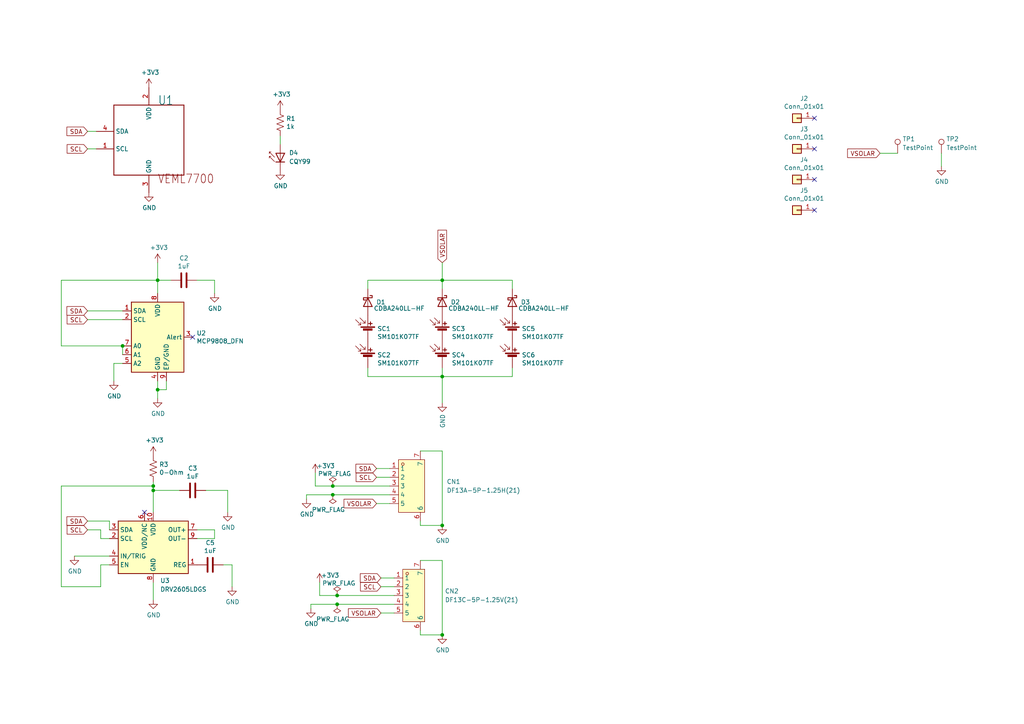
<source format=kicad_sch>
(kicad_sch (version 20250114) (generator "eeschema") (generator_version "9.0")
  (paper "A4")
  (title_block (title "XY Solar Panel Board") (date "2023-03-19") (rev "V3") (company "CPP BroncoSpace"))
  (lib_symbols
    (symbol "Adafruit VEML7700-eagle-import:VEML7700"
      (property "Reference" "IC" (at 2.54 10.16 0))
      (symbol "VEML7700_1_0"
        (polyline (pts (xy -10.16 10.16) (xy 10.16 10.16)) (stroke (width 0.254)))
        (polyline (pts (xy -10.16 -10.16) (xy -10.16 10.16)) (stroke (width 0.254)))
        (polyline (pts (xy 10.16 10.16) (xy 10.16 -10.16)) (stroke (width 0.254)))
        (polyline (pts (xy 10.16 -10.16) (xy -10.16 -10.16)) (stroke (width 0.254)))
        (text "VEML7700" (at 2.54 -12.7 0) (effects (font (size 2.54 2.159)) (justify left bottom)))
        (pin bidirectional line (at -15.24 2.54 0) (length 5.08) (name "SDA") (number "4"))
        (pin bidirectional line (at -15.24 -2.54 0) (length 5.08) (name "SCL") (number "1"))
        (pin power_in line (at 0 15.24 270) (length 5.08) (name "VDD") (number "2"))
        (pin power_in line (at 0 -15.24 90) (length 5.08) (name "GND") (number "3"))
      )
    )
    (symbol "Connector:TestPoint" (pin_numbers (hide yes)) (pin_names (offset 0.762) (hide yes))
      (property "Reference" "TP" (at 0 6.858 0))
      (property "Value" "TestPoint" (at 0 5.08 0))
      (symbol "TestPoint_0_1"
        (circle (center 0 3.302) (radius 0.762))
      )
      (symbol "TestPoint_1_1"
        (pin passive line (at 0 0 90) (length 2.54) (name "1") (number "1"))
      )
    )
    (symbol "Connector_Generic:Conn_01x01" (pin_names (offset 1.016) (hide yes))
      (property "Reference" "J" (at 0 2.54 0))
      (property "Value" "Conn_01x01" (at 0 -2.54 0))
      (symbol "Conn_01x01_1_1"
        (rectangle (start -1.27 1.27) (end 1.27 -1.27) (stroke (width 0.254)) (fill (type background)))
        (rectangle (start -1.27 0.127) (end 0 -0.127) (stroke (width 0.1524)))
        (pin passive line (at -5.08 0 0) (length 3.81) (name "Pin_1") (number "1"))
      )
    )
    (symbol "Device:C" (pin_numbers (hide yes)) (pin_names (offset 0.254))
      (property "Reference" "C" (at 0.635 2.54 0))
      (property "Value" "C" (at 0.635 -2.54 0))
      (symbol "C_0_1"
        (polyline (pts (xy -2.032 0.762) (xy 2.032 0.762)) (stroke (width 0.508)))
        (polyline (pts (xy -2.032 -0.762) (xy 2.032 -0.762)) (stroke (width 0.508)))
      )
      (symbol "C_1_1"
        (pin passive line (at 0 3.81 270) (length 2.794) (name "~") (number "1"))
        (pin passive line (at 0 -3.81 90) (length 2.794) (name "~") (number "2"))
      )
    )
    (symbol "Device:D_Schottky" (pin_numbers (hide yes)) (pin_names (offset 1.016) (hide yes))
      (property "Reference" "D" (at 0 2.54 0))
      (property "Value" "D_Schottky" (at 0 -2.54 0))
      (symbol "D_Schottky_0_1"
        (polyline (pts (xy -1.905 0.635) (xy -1.905 1.27) (xy -1.27 1.27) (xy -1.27 -1.27) (xy -0.635 -1.27) (xy -0.635 -0.635)) (stroke (width 0.254)))
        (polyline (pts (xy 1.27 1.27) (xy 1.27 -1.27) (xy -1.27 0) (xy 1.27 1.27)) (stroke (width 0.254)))
        (polyline (pts (xy 1.27 0) (xy -1.27 0)))
      )
      (symbol "D_Schottky_1_1"
        (pin passive line (at -3.81 0 0) (length 2.54) (name "K") (number "1"))
        (pin passive line (at 3.81 0 180) (length 2.54) (name "A") (number "2"))
      )
    )
    (symbol "Device:R_US" (pin_numbers (hide yes)) (pin_names (offset 0))
      (property "Reference" "R" (at 2.54 0 90))
      (property "Value" "R_US" (at -2.54 0 90))
      (symbol "R_US_0_1"
        (polyline (pts (xy 0 2.286) (xy 0 2.54)))
        (polyline (pts (xy 0 2.286) (xy 1.016 1.905) (xy 0 1.524) (xy -1.016 1.143) (xy 0 0.762)))
        (polyline (pts (xy 0 0.762) (xy 1.016 0.381) (xy 0 0) (xy -1.016 -0.381) (xy 0 -0.762)))
        (polyline (pts (xy 0 -0.762) (xy 1.016 -1.143) (xy 0 -1.524) (xy -1.016 -1.905) (xy 0 -2.286)))
        (polyline (pts (xy 0 -2.286) (xy 0 -2.54)))
      )
      (symbol "R_US_1_1"
        (pin passive line (at 0 3.81 270) (length 1.27) (name "~") (number "1"))
        (pin passive line (at 0 -3.81 90) (length 1.27) (name "~") (number "2"))
      )
    )
    (symbol "Device:Solar_Cell" (pin_numbers (hide yes)) (pin_names (offset 0) (hide yes))
      (property "Reference" "SC" (at 2.54 2.54 0))
      (property "Value" "Solar_Cell" (at 2.54 0 0))
      (symbol "Solar_Cell_0_1"
        (polyline (pts (xy -2.032 3.048) (xy -2.032 2.286) (xy -2.794 2.286)))
        (polyline (pts (xy -2.032 2.286) (xy -3.556 3.81)))
        (rectangle (start -2.032 1.778) (end 2.032 1.524) (fill (type outline)))
        (rectangle (start -1.3208 1.1938) (end 1.27 0.6858) (fill (type outline)))
        (polyline (pts (xy -0.762 3.556) (xy -0.762 2.794) (xy -1.524 2.794)))
        (polyline (pts (xy -0.762 2.794) (xy -2.286 4.318)))
        (polyline (pts (xy 0 1.778) (xy 0 2.54)))
        (polyline (pts (xy 0 0.762) (xy 0 0)))
        (polyline (pts (xy 0.254 2.667) (xy 1.27 2.667)) (stroke (width 0.254)))
        (polyline (pts (xy 0.762 3.175) (xy 0.762 2.159)) (stroke (width 0.254)))
      )
      (symbol "Solar_Cell_1_1"
        (pin passive line (at 0 5.08 270) (length 2.54) (name "+") (number "1"))
        (pin passive line (at 0 -2.54 90) (length 2.54) (name "-") (number "2"))
      )
    )
    (symbol "Driver_Haptic:DRV2605LDGS"
      (property "Reference" "U" (at -10.16 8.255 0))
      (property "Value" "DRV2605LDGS" (at 2.54 -8.89 0))
      (symbol "DRV2605LDGS_0_1"
        (rectangle (start -10.16 7.62) (end 10.16 -7.62) (stroke (width 0.254)) (fill (type background)))
      )
      (symbol "DRV2605LDGS_1_1"
        (pin bidirectional line (at -12.7 5.08 0) (length 2.54) (name "SDA") (number "3"))
        (pin input line (at -12.7 2.54 0) (length 2.54) (name "SCL") (number "2"))
        (pin input line (at -12.7 -2.54 0) (length 2.54) (name "IN/TRIG") (number "4"))
        (pin input line (at -12.7 -5.08 0) (length 2.54) (name "EN") (number "5"))
        (pin power_in line (at -2.54 10.16 270) (length 2.54) (name "VDD/NC") (number "6"))
        (pin power_in line (at 0 10.16 270) (length 2.54) (name "VDD") (number "10"))
        (pin power_in line (at 0 -10.16 90) (length 2.54) (name "GND") (number "8"))
        (pin output line (at 12.7 5.08 180) (length 2.54) (name "OUT+") (number "7"))
        (pin output line (at 12.7 2.54 180) (length 2.54) (name "OUT-") (number "9"))
        (pin passive line (at 12.7 -5.08 180) (length 2.54) (name "REG") (number "1"))
      )
    )
    (symbol "LED:CQY99" (pin_numbers (hide yes)) (pin_names (offset 1.016) (hide yes))
      (property "Reference" "D" (at 0.508 1.778 0))
      (property "Value" "CQY99" (at -1.016 -2.794 0))
      (symbol "CQY99_0_1"
        (polyline (pts (xy -2.54 1.27) (xy -2.54 -1.27)) (stroke (width 0.254)))
        (polyline (pts (xy -2.413 1.651) (xy -0.889 3.175) (xy -0.889 2.667) (xy -0.889 3.175) (xy -1.397 3.175)))
        (polyline (pts (xy -1.143 1.651) (xy 0.381 3.175) (xy 0.381 2.667)))
        (polyline (pts (xy 0 0) (xy -2.54 0)))
        (polyline (pts (xy 0 -1.27) (xy -2.54 0) (xy 0 1.27) (xy 0 -1.27)) (stroke (width 0.254)))
        (polyline (pts (xy 0.381 3.175) (xy -0.127 3.175)))
      )
      (symbol "CQY99_1_1"
        (pin passive line (at -5.08 0 0) (length 2.54) (name "K") (number "1"))
        (pin passive line (at 2.54 0 180) (length 2.54) (name "A") (number "2"))
      )
    )
    (symbol "Sensor_Temperature:MCP9808_DFN"
      (property "Reference" "U" (at -6.35 11.43 0))
      (property "Value" "MCP9808_DFN" (at 10.16 11.43 0))
      (symbol "MCP9808_DFN_0_1"
        (rectangle (start -7.62 10.16) (end 7.62 -10.16) (stroke (width 0.254)) (fill (type background)))
      )
      (symbol "MCP9808_DFN_1_1"
        (pin bidirectional line (at -10.16 7.62 0) (length 2.54) (name "SDA") (number "1"))
        (pin input line (at -10.16 5.08 0) (length 2.54) (name "SCL") (number "2"))
        (pin input line (at -10.16 -2.54 0) (length 2.54) (name "A0") (number "7"))
        (pin input line (at -10.16 -5.08 0) (length 2.54) (name "A1") (number "6"))
        (pin input line (at -10.16 -7.62 0) (length 2.54) (name "A2") (number "5"))
        (pin power_in line (at 0 12.7 270) (length 2.54) (name "VDD") (number "8"))
        (pin power_in line (at 0 -12.7 90) (length 2.54) (name "GND") (number "4"))
        (pin power_in line (at 2.54 -12.7 90) (length 2.54) (name "EP/GND") (number "9"))
        (pin output line (at 10.16 0 180) (length 2.54) (name "Alert") (number "3"))
      )
    )
    (symbol "easyeda2kicad:DF13A-5P-1.25H(21)"
      (property "Reference" "CN" (at 0 15.24 0))
      (property "Value" "DF13A-5P-1.25H(21)" (at 0 -15.24 0))
      (symbol "DF13A-5P-1.25H(21)_0_1"
        (rectangle (start -2.54 7.62) (end 5.08 -7.62) (fill (type background)))
        (circle (center -1.27 6.35) (radius 0.38))
        (pin unspecified line (at -5.08 5.08 0) (length 2.54) (name "1") (number "1"))
        (pin unspecified line (at -5.08 2.54 0) (length 2.54) (name "2") (number "2"))
        (pin unspecified line (at -5.08 0 0) (length 2.54) (name "3") (number "3"))
        (pin unspecified line (at -5.08 -2.54 0) (length 2.54) (name "4") (number "4"))
        (pin unspecified line (at -5.08 -5.08 0) (length 2.54) (name "5") (number "5"))
        (pin unspecified line (at 3.81 10.16 270) (length 2.54) (name "7") (number "7"))
        (pin unspecified line (at 3.81 -10.16 90) (length 2.54) (name "6") (number "6"))
      )
    )
    (symbol "easyeda2kicad:DF13C-5P-1.25V(21)"
      (property "Reference" "CN" (at 0 13.97 0))
      (property "Value" "DF13C-5P-1.25V(21)" (at 0 -16.51 0))
      (symbol "DF13C-5P-1.25V(21)_0_1"
        (rectangle (start -5.08 6.35) (end 1.27 -8.89) (fill (type background)))
        (circle (center -3.81 5.08) (radius 0.38))
        (pin unspecified line (at -7.62 3.81 0) (length 2.54) (name "1") (number "1"))
        (pin unspecified line (at -7.62 1.27 0) (length 2.54) (name "2") (number "2"))
        (pin unspecified line (at -7.62 -1.27 0) (length 2.54) (name "3") (number "3"))
        (pin unspecified line (at -7.62 -3.81 0) (length 2.54) (name "4") (number "4"))
        (pin unspecified line (at -7.62 -6.35 0) (length 2.54) (name "5") (number "5"))
        (pin unspecified line (at 0 8.89 270) (length 2.54) (name "7") (number "7"))
        (pin unspecified line (at 0 -11.43 90) (length 2.54) (name "6") (number "6"))
      )
    )
    (symbol "power:GND" (power) (pin_names (offset 0))
      (property "Value" "GND" (at 0 -3.81 0))
      (symbol "GND_0_1"
        (polyline (pts (xy 0 0) (xy 0 -1.27) (xy 1.27 -1.27) (xy 0 -2.54) (xy -1.27 -1.27) (xy 0 -1.27)))
      )
      (symbol "GND_1_1"
        (pin power_in line (at 0 0 270) (length 0) (hide yes) (name "GND") (number "1"))
      )
    )
    (symbol "power:PWR_FLAG" (power) (pin_numbers (hide yes)) (pin_names (offset 0) (hide yes))
      (property "Value" "PWR_FLAG" (at 0 3.81 0))
      (symbol "PWR_FLAG_0_0"
        (pin power_out line (at 0 0 90) (length 0) (name "pwr") (number "1"))
      )
      (symbol "PWR_FLAG_0_1"
        (polyline (pts (xy 0 0) (xy 0 1.27) (xy -1.016 1.905) (xy 0 2.54) (xy 1.016 1.905) (xy 0 1.27)))
      )
    )
    (symbol "solar-panel-NoCutout-rescue:+3.3V-power" (power) (pin_names (offset 0))
      (property "Value" "+3.3V-power" (at 0 3.556 0))
      (symbol "+3.3V-power_0_1"
        (polyline (pts (xy -0.762 1.27) (xy 0 2.54)))
        (polyline (pts (xy 0 2.54) (xy 0.762 1.27)))
        (polyline (pts (xy 0 0) (xy 0 2.54)))
      )
      (symbol "+3.3V-power_1_1"
        (pin power_in line (at 0 0 90) (length 0) (hide yes) (name "+3V3") (number "1"))
      )
    )
    (symbol "solar-panel-side-Z-rescue:+3.3V-power" (power) (pin_names (offset 0))
      (property "Value" "+3.3V-power" (at 0 3.556 0))
      (symbol "+3.3V-power_0_1"
        (polyline (pts (xy -0.762 1.27) (xy 0 2.54)))
        (polyline (pts (xy 0 2.54) (xy 0.762 1.27)))
        (polyline (pts (xy 0 0) (xy 0 2.54)))
      )
      (symbol "+3.3V-power_1_1"
        (pin power_in line (at 0 0 90) (length 0) (hide yes) (name "+3V3") (number "1"))
      )
    )
  )
  (junction (at 45.72 81.28))
  (junction (at 128.27 184.15))
  (junction (at 96.52 140.97))
  (junction (at 128.27 152.4))
  (junction (at 35.56 100.33))
  (junction (at 44.45 142.24))
  (junction (at 44.45 140.97))
  (junction (at 96.52 143.51))
  (junction (at 128.27 109.22))
  (junction (at 97.79 175.26))
  (junction (at 128.27 81.28))
  (junction (at 97.79 172.72))
  (junction (at 45.72 113.03))
  (no_connect (at 236.22 34.29))
  (no_connect (at 236.22 43.18))
  (no_connect (at 236.22 60.96))
  (no_connect (at 55.88 97.79))
  (no_connect (at 41.91 148.59))
  (no_connect (at 236.22 52.07))
  (wire (pts (xy 114.3 177.8) (xy 110.49 177.8)))
  (wire (pts (xy 29.21 156.21) (xy 31.75 156.21)))
  (wire (pts (xy 45.72 76.2) (xy 45.72 81.28)))
  (wire (pts (xy 45.72 81.28) (xy 49.53 81.28)))
  (wire (pts (xy 97.79 172.72) (xy 92.71 172.72)))
  (wire (pts (xy 57.15 156.21) (xy 62.23 156.21)))
  (wire (pts (xy 106.68 81.28) (xy 106.68 83.82)))
  (wire (pts (xy 25.4 153.67) (xy 29.21 153.67)))
  (wire (pts (xy 29.21 163.83) (xy 29.21 170.18)))
  (wire (pts (xy 35.56 105.41) (xy 33.02 105.41)))
  (wire (pts (xy 31.75 151.13) (xy 31.75 153.67)))
  (wire (pts (xy 113.03 143.51) (xy 96.52 143.51)))
  (wire (pts (xy 25.4 92.71) (xy 35.56 92.71)))
  (wire (pts (xy 106.68 109.22) (xy 106.68 106.68)))
  (wire (pts (xy 90.17 176.53) (xy 90.17 175.26)))
  (wire (pts (xy 96.52 140.97) (xy 91.44 140.97)))
  (wire (pts (xy 113.03 135.89) (xy 109.22 135.89)))
  (wire (pts (xy 260.35 44.45) (xy 255.27 44.45)))
  (wire (pts (xy 113.03 138.43) (xy 109.22 138.43)))
  (wire (pts (xy 35.56 100.33) (xy 17.78 100.33)))
  (wire (pts (xy 121.92 182.88) (xy 121.92 184.15)))
  (wire (pts (xy 114.3 167.64) (xy 110.49 167.64)))
  (wire (pts (xy 27.94 38.1) (xy 25.4 38.1)))
  (wire (pts (xy 29.21 170.18) (xy 17.78 170.18)))
  (wire (pts (xy 29.21 163.83) (xy 31.75 163.83)))
  (wire (pts (xy 91.44 140.97) (xy 91.44 137.16)))
  (wire (pts (xy 59.69 142.24) (xy 66.04 142.24)))
  (wire (pts (xy 45.72 110.49) (xy 45.72 113.03)))
  (wire (pts (xy 25.4 90.17) (xy 35.56 90.17)))
  (wire (pts (xy 66.04 142.24) (xy 66.04 148.59)))
  (wire (pts (xy 128.27 81.28) (xy 148.59 81.28)))
  (wire (pts (xy 121.92 130.81) (xy 128.27 130.81)))
  (wire (pts (xy 35.56 100.33) (xy 35.56 102.87)))
  (wire (pts (xy 44.45 142.24) (xy 52.07 142.24)))
  (wire (pts (xy 17.78 170.18) (xy 17.78 140.97)))
  (wire (pts (xy 57.15 81.28) (xy 62.23 81.28)))
  (wire (pts (xy 113.03 146.05) (xy 109.22 146.05)))
  (wire (pts (xy 64.77 163.83) (xy 67.31 163.83)))
  (wire (pts (xy 128.27 130.81) (xy 128.27 152.4)))
  (wire (pts (xy 44.45 140.97) (xy 44.45 142.24)))
  (wire (pts (xy 48.26 113.03) (xy 45.72 113.03)))
  (wire (pts (xy 114.3 172.72) (xy 97.79 172.72)))
  (wire (pts (xy 121.92 162.56) (xy 128.27 162.56)))
  (wire (pts (xy 81.28 41.91) (xy 81.28 39.37)))
  (wire (pts (xy 29.21 153.67) (xy 29.21 156.21)))
  (wire (pts (xy 106.68 81.28) (xy 128.27 81.28)))
  (wire (pts (xy 48.26 110.49) (xy 48.26 113.03)))
  (wire (pts (xy 62.23 156.21) (xy 62.23 153.67)))
  (wire (pts (xy 97.79 175.26) (xy 90.17 175.26)))
  (wire (pts (xy 62.23 81.28) (xy 62.23 85.09)))
  (wire (pts (xy 25.4 151.13) (xy 31.75 151.13)))
  (wire (pts (xy 45.72 113.03) (xy 45.72 115.57)))
  (wire (pts (xy 113.03 140.97) (xy 96.52 140.97)))
  (wire (pts (xy 128.27 109.22) (xy 148.59 109.22)))
  (wire (pts (xy 121.92 152.4) (xy 128.27 152.4)))
  (wire (pts (xy 273.05 44.45) (xy 273.05 48.26)))
  (wire (pts (xy 128.27 83.82) (xy 128.27 81.28)))
  (wire (pts (xy 33.02 105.41) (xy 33.02 110.49)))
  (wire (pts (xy 121.92 151.13) (xy 121.92 152.4)))
  (wire (pts (xy 67.31 163.83) (xy 67.31 170.18)))
  (wire (pts (xy 17.78 81.28) (xy 45.72 81.28)))
  (wire (pts (xy 148.59 83.82) (xy 148.59 81.28)))
  (wire (pts (xy 96.52 143.51) (xy 88.9 143.51)))
  (wire (pts (xy 88.9 144.78) (xy 88.9 143.51)))
  (wire (pts (xy 21.59 161.29) (xy 31.75 161.29)))
  (wire (pts (xy 106.68 109.22) (xy 128.27 109.22)))
  (wire (pts (xy 44.45 168.91) (xy 44.45 173.99)))
  (wire (pts (xy 44.45 142.24) (xy 44.45 148.59)))
  (wire (pts (xy 25.4 43.18) (xy 27.94 43.18)))
  (wire (pts (xy 114.3 170.18) (xy 110.49 170.18)))
  (wire (pts (xy 128.27 109.22) (xy 128.27 106.68)))
  (wire (pts (xy 92.71 172.72) (xy 92.71 168.91)))
  (wire (pts (xy 128.27 162.56) (xy 128.27 184.15)))
  (wire (pts (xy 44.45 139.7) (xy 44.45 140.97)))
  (wire (pts (xy 45.72 81.28) (xy 45.72 85.09)))
  (wire (pts (xy 148.59 109.22) (xy 148.59 106.68)))
  (wire (pts (xy 121.92 184.15) (xy 128.27 184.15)))
  (wire (pts (xy 17.78 140.97) (xy 44.45 140.97)))
  (wire (pts (xy 57.15 153.67) (xy 62.23 153.67)))
  (wire (pts (xy 128.27 81.28) (xy 128.27 76.2)))
  (wire (pts (xy 17.78 100.33) (xy 17.78 81.28)))
  (wire (pts (xy 128.27 116.84) (xy 128.27 109.22)))
  (wire (pts (xy 114.3 175.26) (xy 97.79 175.26)))
  (global_label "SDA" (shape input) (at 110.49 167.64 180) (property "Intersheetrefs" "${INTERSHEET_REFS}" (effects (hide yes))))
  (global_label "VSOLAR" (shape input) (at 128.27 76.2 90) (property "Intersheetrefs" "${INTERSHEET_REFS}" (effects (hide yes))))
  (global_label "SCL" (shape input) (at 25.4 153.67 180) (property "Intersheetrefs" "${INTERSHEET_REFS}" (effects (hide yes))))
  (global_label "VSOLAR" (shape input) (at 255.27 44.45 180) (property "Intersheetrefs" "${INTERSHEET_REFS}" (effects (hide yes))))
  (global_label "SDA" (shape input) (at 25.4 38.1 180) (property "Intersheetrefs" "${INTERSHEET_REFS}" (effects (hide yes))))
  (global_label "VSOLAR" (shape input) (at 109.22 146.05 180) (property "Intersheetrefs" "${INTERSHEET_REFS}" (effects (hide yes))))
  (global_label "SDA" (shape input) (at 25.4 151.13 180) (property "Intersheetrefs" "${INTERSHEET_REFS}" (effects (hide yes))))
  (global_label "SDA" (shape input) (at 109.22 135.89 180) (property "Intersheetrefs" "${INTERSHEET_REFS}" (effects (hide yes))))
  (global_label "SCL" (shape input) (at 25.4 92.71 180) (property "Intersheetrefs" "${INTERSHEET_REFS}" (effects (hide yes))))
  (global_label "SCL" (shape input) (at 109.22 138.43 180) (property "Intersheetrefs" "${INTERSHEET_REFS}" (effects (hide yes))))
  (global_label "SCL" (shape input) (at 25.4 43.18 180) (property "Intersheetrefs" "${INTERSHEET_REFS}" (effects (hide yes))))
  (global_label "VSOLAR" (shape input) (at 110.49 177.8 180) (property "Intersheetrefs" "${INTERSHEET_REFS}" (effects (hide yes))))
  (global_label "SDA" (shape input) (at 25.4 90.17 180) (property "Intersheetrefs" "${INTERSHEET_REFS}" (effects (hide yes))))
  (global_label "SCL" (shape input) (at 110.49 170.18 180) (property "Intersheetrefs" "${INTERSHEET_REFS}" (effects (hide yes))))
  (symbol (lib_id "Connector_Generic:Conn_01x01") (at 231.14 34.29 180) (unit 1)
    (property "Reference" "J2" (at 233.2228 28.575 0))
    (property "Value" "Conn_01x01" (at 233.2228 30.8864 0))
    (property "Footprint" "SolarPanelBoards:MountingHoles" (effects (hide yes)))
  )
  (symbol (lib_id "Connector_Generic:Conn_01x01") (at 231.14 43.18 180) (unit 1)
    (property "Reference" "J3" (at 233.2228 37.465 0))
    (property "Value" "Conn_01x01" (at 233.2228 39.7764 0))
    (property "Footprint" "SolarPanelBoards:MountingHoles" (effects (hide yes)))
  )
  (symbol (lib_id "Connector_Generic:Conn_01x01") (at 231.14 52.07 180) (unit 1)
    (property "Reference" "J4" (at 233.2228 46.355 0))
    (property "Value" "Conn_01x01" (at 233.2228 48.6664 0))
    (property "Footprint" "SolarPanelBoards:MountingHoles" (effects (hide yes)))
  )
  (symbol (lib_id "Connector_Generic:Conn_01x01") (at 231.14 60.96 180) (unit 1)
    (property "Reference" "J5" (at 233.2228 55.245 0))
    (property "Value" "Conn_01x01" (at 233.2228 57.5564 0))
    (property "Footprint" "SolarPanelBoards:MountingHoles" (effects (hide yes)))
  )
  (symbol (lib_id "power:GND") (at 88.9 144.78 0) (unit 1)
    (property "Reference" "#PWR0109" (effects (hide yes)))
    (property "Value" "GND" (at 89.027 149.1742 0))
  )
  (symbol (lib_id "power:GND") (at 81.28 49.53 0) (unit 1)
    (property "Reference" "#PWR0107" (effects (hide yes)))
    (property "Value" "GND" (at 81.407 53.9242 0))
  )
  (symbol (lib_id "power:GND") (at 67.31 170.18 0) (unit 1)
    (property "Reference" "#PWR0117" (effects (hide yes)))
    (property "Value" "GND" (at 67.437 174.5742 0))
  )
  (symbol (lib_id "Device:Solar_Cell") (at 128.27 104.14 0) (unit 1)
    (property "Reference" "SC4" (at 131.0132 102.9716 0) (effects (justify left)))
    (property "Value" "SM101K07TF" (at 131.0132 105.283 0) (effects (justify left)))
    (property "Footprint" "SolarPanelBoards:KXOB101K08F-TR" (effects (hide yes)))
  )
  (symbol (lib_id "power:GND") (at 45.72 115.57 0) (unit 1)
    (property "Reference" "#PWR0116" (effects (hide yes)))
    (property "Value" "GND" (at 45.847 119.9642 0))
  )
  (symbol (lib_id "power:PWR_FLAG") (at 96.52 140.97 0) (unit 1)
    (property "Reference" "#FLG0105" (effects (hide yes)))
    (property "Value" "PWR_FLAG" (at 97.028 137.414 0))
  )
  (symbol (lib_id "solar-panel-side-Z-rescue:+3.3V-power") (at 44.45 132.08 0) (unit 1)
    (property "Reference" "#PWR0115" (effects (hide yes)))
    (property "Value" "+3V3" (at 44.831 127.6858 0))
  )
  (symbol (lib_id "Driver_Haptic:DRV2605LDGS") (at 44.45 158.75 0) (unit 1)
    (property "Reference" "U3" (at 46.4694 168.4004 0) (effects (justify left)))
    (property "Value" "DRV2605LDGS" (at 46.4694 170.9373 0) (effects (justify left)))
    (property "Footprint" "Package_SO:VSSOP-10_3x3mm_P0.5mm" (effects (hide yes)))
    (property "Datasheet" "http://www.ti.com/lit/ds/symlink/drv2605l.pdf" (effects (hide yes)))
  )
  (symbol (lib_id "solar-panel-NoCutout-rescue:+3.3V-power") (at 91.44 137.16 0) (unit 1)
    (property "Reference" "#PWR0122" (effects (hide yes)))
    (property "Value" "+3V3" (at 94.488 135.128 0))
  )
  (symbol (lib_id "Device:Solar_Cell") (at 106.68 104.14 0) (unit 1)
    (property "Reference" "SC2" (at 109.4232 102.9716 0) (effects (justify left)))
    (property "Value" "SM101K07TF" (at 109.4232 105.283 0) (effects (justify left)))
    (property "Footprint" "SolarPanelBoards:KXOB101K08F-TR" (effects (hide yes)))
  )
  (symbol (lib_id "power:GND") (at 90.17 176.53 0) (unit 1)
    (property "Reference" "#PWR0110" (effects (hide yes)))
    (property "Value" "GND" (at 90.297 180.9242 0))
  )
  (symbol (lib_id "solar-panel-side-Z-rescue:+3.3V-power") (at 43.18 25.4 0) (unit 1)
    (property "Reference" "#PWR0101" (effects (hide yes)))
    (property "Value" "+3V3" (at 43.561 21.0058 0))
  )
  (symbol (lib_id "Device:D_Schottky") (at 148.59 87.63 270) (unit 1)
    (property "Reference" "D3" (at 152.4 87.63 90))
    (property "Value" "CDBA240LL-HF" (at 165.1 90.17 90) (effects (justify right bottom)))
    (property "Footprint" "SolarPanelBoards:DO-214AC" (effects (hide yes)))
  )
  (symbol (lib_id "solar-panel-side-Z-rescue:+3.3V-power") (at 45.72 76.2 0) (unit 1)
    (property "Reference" "#PWR0105" (effects (hide yes)))
    (property "Value" "+3V3" (at 46.101 71.8058 0))
  )
  (symbol (lib_id "Connector:TestPoint") (at 260.35 44.45 0) (unit 1)
    (property "Reference" "TP1" (at 261.747 40.3133 0) (effects (justify left)))
    (property "Value" "TestPoint" (at 261.747 42.8502 0) (effects (justify left)))
    (property "Footprint" "SolarPanelBoards:Test Pad" (effects (hide yes)))
  )
  (symbol (lib_id "power:PWR_FLAG") (at 97.79 175.26 180) (unit 1)
    (property "Reference" "#FLG0108" (effects (hide yes)))
    (property "Value" "PWR_FLAG" (at 96.52 179.578 0))
  )
  (symbol (lib_id "power:GND") (at 66.04 148.59 0) (unit 1)
    (property "Reference" "#PWR0118" (effects (hide yes)))
    (property "Value" "GND" (at 66.167 152.9842 0))
  )
  (symbol (lib_id "Connector:TestPoint") (at 273.05 44.45 0) (unit 1)
    (property "Reference" "TP2" (at 274.447 40.3133 0) (effects (justify left)))
    (property "Value" "TestPoint" (at 274.447 42.8502 0) (effects (justify left)))
    (property "Footprint" "SolarPanelBoards:Test Pad" (effects (hide yes)))
  )
  (symbol (lib_id "Device:C") (at 55.88 142.24 90) (unit 1)
    (property "Reference" "C3" (at 55.88 135.8392 90))
    (property "Value" "1uF" (at 55.88 138.1506 90))
    (property "Footprint" "Capacitor_SMD:C_0805_2012Metric" (effects (hide yes)))
  )
  (symbol (lib_id "Device:C") (at 53.34 81.28 90) (unit 1)
    (property "Reference" "C2" (at 53.34 74.8792 90))
    (property "Value" "1uF" (at 53.34 77.1906 90))
    (property "Footprint" "Capacitor_SMD:C_0805_2012Metric" (effects (hide yes)))
  )
  (symbol (lib_id "LED:CQY99") (at 81.28 44.45 90) (unit 1)
    (property "Reference" "D4" (at 83.82 44.3229 90) (effects (justify right)))
    (property "Value" "CQY99" (at 83.82 46.8629 90) (effects (justify right)))
    (property "Footprint" "LED_SMD:LED_0603_1608Metric" (effects (hide yes)))
    (property "Datasheet" "https://www.prtice.info/IMG/pdf/CQY99.pdf" (effects (hide yes)))
  )
  (symbol (lib_id "Adafruit VEML7700-eagle-import:VEML7700") (at 43.18 40.64 0) (unit 1)
    (property "Reference" "U1" (at 45.72 30.48 0) (effects (font (size 2.54 2.159)) (justify left bottom)))
    (property "Value" "VEML7700" (effects (hide yes)))
    (property "Footprint" "VEML7700-TT:XDCR_VEML7700-TT" (effects (hide yes)))
  )
  (symbol (lib_id "power:GND") (at 128.27 116.84 0) (unit 1)
    (property "Reference" "#PWR0121" (effects (hide yes)))
    (property "Value" "GND" (at 128.397 120.0912 90) (effects (justify right)))
  )
  (symbol (lib_id "power:GND") (at 21.59 161.29 0) (unit 1)
    (property "Reference" "#PWR0114" (effects (hide yes)))
    (property "Value" "GND" (at 21.717 165.6842 0))
  )
  (symbol (lib_id "easyeda2kicad:DF13A-5P-1.25H(21)") (at 118.11 140.97 0) (unit 1)
    (property "Reference" "CN1" (at 129.54 139.7 0) (effects (justify left)))
    (property "Value" "DF13A-5P-1.25H(21)" (at 129.54 142.24 0) (effects (justify left)))
    (property "Footprint" "easyeda2kicad:CONN-SMD_5P-P1.25_HRS_DF13A-5P-1.25H" (effects (hide yes)))
    (property "LCSC Part" "C2833085" (effects (hide yes)))
  )
  (symbol (lib_id "Device:C") (at 60.96 163.83 90) (unit 1)
    (property "Reference" "C5" (at 60.96 157.4292 90))
    (property "Value" "1uF" (at 60.96 159.7406 90))
    (property "Footprint" "Capacitor_SMD:C_0805_2012Metric" (effects (hide yes)))
  )
  (symbol (lib_id "power:GND") (at 128.27 152.4 0) (unit 1)
    (property "Reference" "#PWR0111" (effects (hide yes)))
    (property "Value" "GND" (at 128.397 156.7942 0))
  )
  (symbol (lib_id "Device:R_US") (at 44.45 135.89 0) (unit 1)
    (property "Reference" "R3" (at 46.1772 134.7216 0) (effects (justify left)))
    (property "Value" "0-Ohm" (at 46.1772 137.033 0) (effects (justify left)))
    (property "Footprint" "Resistor_SMD:R_0603_1608Metric" (effects (hide yes)))
  )
  (symbol (lib_id "power:GND") (at 44.45 173.99 0) (unit 1)
    (property "Reference" "#PWR0119" (effects (hide yes)))
    (property "Value" "GND" (at 44.577 178.3842 0))
  )
  (symbol (lib_id "power:PWR_FLAG") (at 96.52 143.51 180) (unit 1)
    (property "Reference" "#FLG0106" (effects (hide yes)))
    (property "Value" "PWR_FLAG" (at 95.25 147.828 0))
  )
  (symbol (lib_id "Device:D_Schottky") (at 106.68 87.63 270) (unit 1)
    (property "Reference" "D1" (at 110.49 87.63 90))
    (property "Value" "CDBA240LL-HF" (at 123.19 90.17 90) (effects (justify right bottom)))
    (property "Footprint" "SolarPanelBoards:DO-214AC" (effects (hide yes)))
  )
  (symbol (lib_id "power:GND") (at 43.18 55.88 0) (unit 1)
    (property "Reference" "#PWR0103" (effects (hide yes)))
    (property "Value" "GND" (at 43.307 60.2742 0))
  )
  (symbol (lib_id "power:GND") (at 128.27 184.15 0) (unit 1)
    (property "Reference" "#PWR0113" (effects (hide yes)))
    (property "Value" "GND" (at 128.397 188.5442 0))
  )
  (symbol (lib_id "solar-panel-side-Z-rescue:+3.3V-power") (at 81.28 31.75 0) (unit 1)
    (property "Reference" "#PWR0106" (effects (hide yes)))
    (property "Value" "+3V3" (at 81.661 27.3558 0))
  )
  (symbol (lib_id "Device:R_US") (at 81.28 35.56 0) (unit 1)
    (property "Reference" "R1" (at 83.0072 34.3916 0) (effects (justify left)))
    (property "Value" "1k" (at 83.0072 36.703 0) (effects (justify left)))
    (property "Footprint" "Resistor_SMD:R_0603_1608Metric" (effects (hide yes)))
  )
  (symbol (lib_id "power:GND") (at 62.23 85.09 0) (unit 1)
    (property "Reference" "#PWR0104" (effects (hide yes)))
    (property "Value" "GND" (at 62.357 89.4842 0))
  )
  (symbol (lib_id "Sensor_Temperature:MCP9808_DFN") (at 45.72 97.79 0) (unit 1)
    (property "Reference" "U2" (at 56.9976 96.6216 0) (effects (justify left)))
    (property "Value" "MCP9808_DFN" (at 56.9976 98.933 0) (effects (justify left)))
    (property "Footprint" "Package_SO:MSOP-8-1EP_3x3mm_P0.65mm_EP1.5x1.8mm_ThermalVias" (effects (hide yes)))
    (property "Datasheet" "http://ww1.microchip.com/downloads/en/DeviceDoc/MCP9808-0.5C-Maximum-Accuracy-Digital-Temperature-Sensor-Data-Sheet-DS20005095B.pdf" (effects (hide yes)))
  )
  (symbol (lib_id "power:GND") (at 33.02 110.49 0) (unit 1)
    (property "Reference" "#PWR0112" (effects (hide yes)))
    (property "Value" "GND" (at 33.147 114.8842 0))
  )
  (symbol (lib_id "Device:Solar_Cell") (at 148.59 96.52 0) (unit 1)
    (property "Reference" "SC5" (at 151.3332 95.3516 0) (effects (justify left)))
    (property "Value" "SM101K07TF" (at 151.3332 97.663 0) (effects (justify left)))
    (property "Footprint" "SolarPanelBoards:KXOB101K08F-TR" (effects (hide yes)))
  )
  (symbol (lib_id "solar-panel-NoCutout-rescue:+3.3V-power") (at 92.71 168.91 0) (unit 1)
    (property "Reference" "#PWR0123" (effects (hide yes)))
    (property "Value" "+3V3" (at 95.758 166.878 0))
  )
  (symbol (lib_id "power:PWR_FLAG") (at 97.79 172.72 0) (unit 1)
    (property "Reference" "#FLG0107" (effects (hide yes)))
    (property "Value" "PWR_FLAG" (at 98.298 169.164 0))
  )
  (symbol (lib_id "easyeda2kicad:DF13C-5P-1.25V(21)") (at 121.92 171.45 0) (unit 1)
    (property "Reference" "CN2" (at 129.032 171.45 0) (effects (justify left)))
    (property "Value" "DF13C-5P-1.25V(21)" (at 129.032 173.99 0) (effects (justify left)))
    (property "Footprint" "easyeda2kicad:CONN-SMD_DF13C-5P-1.25V-21" (effects (hide yes)))
    (property "Datasheet" "https://lcsc.com/product-detail/Connectors_HRS_DF13C-5P-1-25V-21_DF13C-5P-1-25V-5p-1-25mm_C116889.html" (effects (hide yes)))
    (property "LCSC Part" "C116889" (effects (hide yes)))
  )
  (symbol (lib_id "Device:Solar_Cell") (at 106.68 96.52 0) (unit 1)
    (property "Reference" "SC1" (at 109.4232 95.3516 0) (effects (justify left)))
    (property "Value" "SM101K07TF" (at 109.4232 97.663 0) (effects (justify left)))
    (property "Footprint" "SolarPanelBoards:KXOB101K08F-TR" (effects (hide yes)))
  )
  (symbol (lib_id "Device:Solar_Cell") (at 148.59 104.14 0) (unit 1)
    (property "Reference" "SC6" (at 151.3332 102.9716 0) (effects (justify left)))
    (property "Value" "SM101K07TF" (at 151.3332 105.283 0) (effects (justify left)))
    (property "Footprint" "SolarPanelBoards:KXOB101K08F-TR" (effects (hide yes)))
  )
  (symbol (lib_id "Device:Solar_Cell") (at 128.27 96.52 0) (unit 1)
    (property "Reference" "SC3" (at 131.0132 95.3516 0) (effects (justify left)))
    (property "Value" "SM101K07TF" (at 131.0132 97.663 0) (effects (justify left)))
    (property "Footprint" "SolarPanelBoards:KXOB101K08F-TR" (effects (hide yes)))
  )
  (symbol (lib_id "power:GND") (at 273.05 48.26 0) (unit 1)
    (property "Reference" "#PWR0120" (effects (hide yes)))
    (property "Value" "GND" (at 273.177 52.6542 0))
  )
  (symbol (lib_id "Device:D_Schottky") (at 128.27 87.63 270) (unit 1)
    (property "Reference" "D2" (at 132.08 87.63 90))
    (property "Value" "CDBA240LL-HF" (at 144.78 90.17 90) (effects (justify right bottom)))
    (property "Footprint" "SolarPanelBoards:DO-214AC" (effects (hide yes)))
  )
)
</source>
